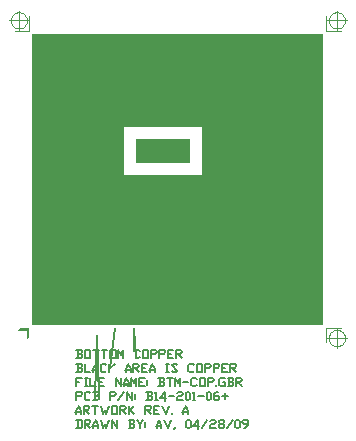
<source format=gbr>
G04 AutoGERB for AutoCAD 14/2000*
G04 RS274-X Output *
%FSLAX34Y34*%
%MOIN*%
%ADD12C,0.005000*%
%ADD13C,0.007000*%
%ADD14C,0.004500*%
%ADD15C,0.098000*%
%ADD16C,0.030000*%
%ADD17C,0.015000*%
%ADD18C,0.040000*%
%ADD19C,0.011904*%
G36*X-312Y0D02*X-396Y-90D01*X-90Y-90*X-90Y-396*X0Y-312*X0Y0*X-312Y0*G37*G54D14*X10248Y-75D02*X10206Y-78D01*X10166Y-87*X10126Y-104*X10090Y-126*X10058Y-153*X10031Y-185*X10008Y-221*X9992Y-260*X9982Y-302*X9978Y-343*G54D14*X9978Y-345D02*X9982Y-387D01*X9992Y-428*X10008Y-467*X10030Y-503*X10057Y-535*X10089Y-563*X10125Y-585*X10164Y-601*X10205Y-611*X10247Y-615*G54D14*X9900Y0D02*X10383Y0D01*G54D14*X10248Y-345D02*X9923Y-345D01*G54D14*X9900Y0D02*X9900Y-483D01*G54D14*X10248Y-615D02*X10291Y-611D01*X10331Y-601*X10371Y-585*X10407Y-563*X10439Y-536*X10466Y-504*X10489Y-468*X10505Y-429*X10515Y-388*X10518Y-346*G54D14*X10248Y-345D02*X10248Y-671D01*G54D14*X10518Y-345D02*X10515Y-302D01*X10505Y-261*X10490Y-222*X10467Y-186*X10440Y-154*X10408Y-127*X10372Y-104*X10333Y-88*X10292Y-78*X10250Y-75*G54D14*X10248Y-345D02*X10574Y-345D01*G54D14*X10248Y-345D02*X10248Y-19D01*G54D14*X-348Y10515D02*X-391Y10511D01*X-431Y10501*X-471Y10485*X-507Y10463*X-539Y10436*X-566Y10404*X-589Y10368*X-605Y10329*X-615Y10288*X-618Y10246*G54D14*X-618Y10245D02*X-615Y10202D01*X-605Y10161*X-590Y10122*X-567Y10086*X-540Y10054*X-508Y10027*X-472Y10004*X-433Y9988*X-392Y9978*X-350Y9975*G54D14*X-348Y10245D02*X-674Y10245D01*G54D14*X-348Y9975D02*X-306Y9978D01*X-266Y9987*X-226Y10004*X-190Y10026*X-158Y10053*X-131Y10085*X-108Y10121*X-92Y10160*X-82Y10202*X-78Y10243*G54D14*X-348Y10245D02*X-348Y9919D01*G54D14*X0Y9900D02*X0Y10383D01*G54D14*X0Y9900D02*X-483Y9900D01*G54D14*X-78Y10245D02*X-82Y10287D01*X-92Y10328*X-108Y10367*X-130Y10403*X-157Y10435*X-189Y10463*X-225Y10485*X-264Y10501*X-305Y10511*X-347Y10515*G54D14*X-348Y10245D02*X-23Y10245D01*G54D14*X-348Y10245D02*X-348Y10571D01*G54D14*X10518Y10245D02*X10515Y10287D01*X10505Y10328*X10490Y10367*X10467Y10403*X10440Y10435*X10408Y10463*X10372Y10485*X10333Y10501*X10292Y10511*X10250Y10515*G54D14*X10248Y9975D02*X10291Y9978D01*X10331Y9987*X10371Y10004*X10407Y10026*X10439Y10053*X10466Y10085*X10489Y10121*X10505Y10160*X10515Y10202*X10518Y10243*G54D14*X10248Y10245D02*X10574Y10245D01*G54D14*X9978Y10245D02*X9982Y
10202D01*X9992Y10161*X10008Y10122*X10030Y10086*X10057Y10054*X10089Y10027*X10125Y10004*X10164Y9988*X10205Y9978*X10247Y9975*G54D14*X10248Y10245D02*X10248Y9919D01*G54D14*X9900Y9900D02*X9900Y10383D01*G54D14*X9900Y9900D02*X10383Y9900D01*G54D14*X10248Y10515D02*X10206Y10511D01*X10166Y10501*X10126Y10485*X10090Y10463*X10058Y10436*X10031Y10404*X10008Y10368*X9992Y10329*X9982Y10288*X9978Y10246*G54D14*X10248Y10245D02*X9923Y10245D01*G54D14*X10248Y10245D02*X10248Y10571D01*G36*X5759Y5100D02*X3159Y5100D01*X3159Y5816*X100Y5816*X100Y100*X9800Y100*X9800Y9800*X100Y9800*X100Y5836*X3159Y5836*X3159Y6700*X5759Y6700*X5759Y5100*G37*G54D13*X1569Y-2874D02*X1569Y-2781D01*X1646Y-2594*X1723Y-2781*X1723Y-2874*G54D13*X1537Y-2797D02*X1723Y-2797D01*G54D13*X1816Y-2874D02*X1816Y-2594D01*X1956Y-2594*X2003Y-2641*X2003Y-2688*X1956Y-2735*X1816Y-2735*G54D13*X1863Y-2735D02*X2003Y-2874D01*G54D13*X2096Y-2594D02*X2283Y-2595D01*G54D13*X2190Y-2594D02*X2190Y-2874D01*G54D13*X2376Y-2594D02*X2470Y-2874D01*X2516Y-2735*X2563Y-2874*X2656Y-2594*G54D13*X2750Y-2874D02*X2750Y-2594D01*X2936Y-2594*X2936Y-2874*X2750Y-2874*G54D13*X3030Y-2874D02*X3030Y-2594D01*X3170Y-2594*X3216Y-2641*X3216Y-2688*X3170Y-2735*X3030Y-2735*G54D13*X3076Y-2735D02*X3216Y-2874D01*G54D13*X3310Y-2874D02*X3310Y-2594D01*G54D13*X3496Y-2594D02*X3356Y-2735D01*X3310Y-2735*G54D13*X3356Y-2735D02*X3496Y-2874D01*G54D13*X3870Y-2874D02*X3870Y-2594D01*X4010Y-2594*X4056Y-2641*X4056Y-2688*X4010Y-2735*X3870Y-2735*G54D13*X3916Y-2735D02*X4056Y-2874D01*G54D13*X4150Y-2874D02*X4150Y-2594D01*X4336Y-2594*G54D13*X4150Y-2734D02*X4243Y-2734D01*G54D13*X4150Y-2874D02*X4336Y-2874D01*G54D13*X4430Y-2594D02*X4546Y-2874D01*X4662Y-2594*G54D13*X4755Y-2874D02*X4755Y-2828D01*G54D13*X5128Y-2874D02*X5128Y-2781D01*X5206Y-2595*X5283Y-2781*X5283Y-2874*G54D13*X5096Y-2797D02*X5283Y-2797D01*G54D13*X1569Y-3341D02*X1709Y-3341D01*X1755Y-3295*X1755Y-3108*X1709Y-3061*X1569Y-3061*G54D13*X1615Y-3061D02*X1615Y-3341D01*G54D13*X1849Y-3341D02*X1849Y-3061D01*X1989Y-3061*X2035Y-3108*X2035Y-3155*X1989Y-3202*X1849Y
-3202*G54D13*X1895Y-3202D02*X2035Y-3341D01*G54D13*X2129Y-3341D02*X2129Y-3248D01*X2206Y-3061*X2283Y-3248*X2283Y-3341*G54D13*X2096Y-3264D02*X2283Y-3264D01*G54D13*X2376Y-3061D02*X2470Y-3341D01*X2516Y-3202*X2563Y-3341*X2656Y-3061*G54D13*X2750Y-3341D02*X2750Y-3061D01*X2936Y-3341*X2936Y-3061*G54D13*X3310Y-3341D02*X3450Y-3341D01*X3496Y-3295*X3496Y-3248*X3450Y-3201*X3356Y-3201*G54D13*X3450Y-3201D02*X3496Y-3155D01*X3496Y-3108*X3450Y-3061*X3310Y-3061*G54D13*X3356Y-3061D02*X3356Y-3341D01*G54D13*X3590Y-3061D02*X3683Y-3201D01*X3683Y-3341*G54D13*X3683Y-3201D02*X3776Y-3061D01*G54D13*X3870Y-3155D02*X3870Y-3202D01*G54D13*X3870Y-3248D02*X3870Y-3295D01*G54D13*X4243Y-3341D02*X4243Y-3248D01*X4320Y-3061*X4398Y-3248*X4398Y-3341*G54D13*X4211Y-3264D02*X4398Y-3264D01*G54D13*X4491Y-3061D02*X4607Y-3341D01*X4723Y-3061*G54D13*X4863Y-3295D02*X4863Y-3341D01*X4816Y-3387*G54D13*X5283Y-3341D02*X5236Y-3295D01*X5236Y-3108*X5283Y-3061*X5330Y-3061*X5376Y-3108*X5376Y-3295*X5330Y-3341*X5283Y-3341*G54D13*X5656Y-3264D02*X5470Y-3264D01*X5610Y-3078*X5610Y-3357*G54D13*X5750Y-3341D02*X5936Y-3061D01*G54D13*X6030Y-3108D02*X6076Y-3061D01*X6170Y-3061*X6216Y-3108*X6216Y-3155*X6170Y-3202*X6076Y-3202*X6030Y-3248*X6030Y-3341*X6216Y-3341*G54D13*X6356Y-3341D02*X6310Y-3295D01*X6310Y-3248*X6356Y-3201*X6450Y-3201*X6496Y-3155*X6496Y-3108*X6450Y-3061*X6356Y-3061*X6310Y-3108*X6310Y-3155*X6356Y-3201*G54D13*X6450Y-3201D02*X6496Y-3248D01*X6496Y-3295*X6450Y-3341*X6356Y-3341*G54D13*X6590Y-3341D02*X6776Y-3061D01*G54D13*X6916Y-3341D02*X6870Y-3295D01*X6870Y-3108*X6916Y-3061*X6963Y-3061*X7010Y-3108*X7010Y-3295*X6963Y-3341*X6916Y-3341*G54D13*X7150Y-3341D02*X7196Y-3341D01*X7290Y-3248*X7290Y-3108*X7243Y-3061*X7150Y-3061*X7103Y-3108*X7103Y-3155*X7150Y-3201*X7290Y-3201*G54D13*X1569Y-2408D02*X1569Y-2128D01*X1709Y-2129*X1755Y-2175*X1755Y-2222*X1709Y-2269*X1569Y-2269*G54D13*X2035Y-2362D02*X1989Y-2408D01*X1895Y-2408*X1849Y-2362*X1849Y-2175*X1895Y-2128*X1989Y-2128*X2035Y-2175*G54D13*X2129Y-2408D02*X2269Y-2408D01*X2315Y-2362*X2315Y-2315*X2269Y-226
8*X2175Y-2268*G54D13*X2269Y-2268D02*X2315Y-2222D01*X2315Y-2175*X2269Y-2128*X2129Y-2128*G54D13*X2175Y-2128D02*X2175Y-2408D01*G54D13*X2689Y-2408D02*X2689Y-2128D01*X2829Y-2128*X2875Y-2175*X2875Y-2222*X2829Y-2269*X2689Y-2269*G54D13*X2969Y-2408D02*X3155Y-2128D01*G54D13*X3249Y-2408D02*X3249Y-2128D01*X3435Y-2408*X3435Y-2128*G54D13*X3529Y-2222D02*X3529Y-2269D01*G54D13*X3529Y-2315D02*X3529Y-2362D01*G54D13*X3902Y-2408D02*X4042Y-2408D01*X4089Y-2362*X4089Y-2315*X4042Y-2268*X3949Y-2268*G54D13*X4042Y-2268D02*X4089Y-2222D01*X4089Y-2175*X4042Y-2128*X3902Y-2128*G54D13*X3948Y-2128D02*X3949Y-2408D01*G54D13*X4182Y-2175D02*X4229Y-2128D01*X4229Y-2408*G54D13*X4182Y-2408D02*X4275Y-2408D01*G54D13*X4555Y-2331D02*X4369Y-2331D01*X4509Y-2145*X4509Y-2424*G54D13*X4649Y-2268D02*X4835Y-2268D01*G54D13*X4929Y-2175D02*X4975Y-2128D01*X5069Y-2128*X5115Y-2175*X5115Y-2222*X5069Y-2269*X4975Y-2269*X4929Y-2315*X4929Y-2408*X5115Y-2408*G54D13*X5255Y-2408D02*X5209Y-2362D01*X5209Y-2175*X5255Y-2128*X5302Y-2128*X5349Y-2175*X5349Y-2362*X5302Y-2408*X5255Y-2408*G54D13*X5442Y-2175D02*X5489Y-2128D01*X5489Y-2408*G54D13*X5442Y-2408D02*X5535Y-2408D01*G54D13*X5629Y-2268D02*X5815Y-2268D01*G54D13*X5955Y-2408D02*X5909Y-2362D01*X5909Y-2175*X5955Y-2128*X6002Y-2128*X6049Y-2175*X6049Y-2362*X6002Y-2408*X5955Y-2408*G54D13*X6142Y-2268D02*X6282Y-2268D01*X6329Y-2315*X6328Y-2362*X6282Y-2408*X6189Y-2408*X6142Y-2362*X6142Y-2222*X6235Y-2128*X6282Y-2128*G54D13*X6515Y-2370D02*X6515Y-2183D01*G54D13*X6609Y-2277D02*X6422Y-2277D01*G54D13*X1569Y-1941D02*X1569Y-1661D01*X1755Y-1661*G54D13*X1569Y-1801D02*X1662Y-1801D01*G54D13*X1849Y-1661D02*X1942Y-1662D01*G54D13*X1895Y-1661D02*X1895Y-1941D01*G54D13*X1849Y-1941D02*X1942Y-1941D01*G54D13*X2035Y-1661D02*X2035Y-1941D01*X2222Y-1941*G54D13*X2315Y-1941D02*X2315Y-1661D01*X2502Y-1661*G54D13*X2315Y-1801D02*X2409Y-1801D01*G54D13*X2315Y-1941D02*X2502Y-1941D01*G54D13*X2875Y-1941D02*X2875Y-1661D01*X3062Y-1941*X3062Y-1661*G54D13*X3155Y-1941D02*X3155Y-1848D01*X3232Y-1661*X3310Y-1848*X3310Y-1941*G54D13*X3123Y-1864D0
2*X3310Y-1864D01*G54D13*X3403Y-1941D02*X3403Y-1661D01*X3480Y-1848*X3558Y-1661*X3558Y-1941*G54D13*X3651Y-1941D02*X3651Y-1661D01*X3838Y-1661*G54D13*X3651Y-1802D02*X3744Y-1801D01*G54D13*X3651Y-1941D02*X3838Y-1941D01*G54D13*X3931Y-1755D02*X3931Y-1801D01*G54D13*X3931Y-1848D02*X3931Y-1895D01*G54D13*X4304Y-1941D02*X4444Y-1941D01*X4491Y-1895*X4491Y-1848*X4444Y-1801*X4351Y-1801*G54D13*X4444Y-1801D02*X4491Y-1755D01*X4491Y-1708*X4444Y-1661*X4304Y-1661*G54D13*X4351Y-1661D02*X4351Y-1941D01*G54D13*X4584Y-1661D02*X4771Y-1661D01*G54D13*X4678Y-1661D02*X4678Y-1941D01*G54D13*X4864Y-1941D02*X4864Y-1661D01*X4942Y-1848*X5019Y-1661*X5019Y-1941*G54D13*X5112Y-1801D02*X5299Y-1801D01*G54D13*X5579Y-1895D02*X5532Y-1941D01*X5439Y-1941*X5392Y-1895*X5392Y-1708*X5439Y-1661*X5532Y-1661*X5579Y-1708*G54D13*X5672Y-1941D02*X5672Y-1661D01*X5859Y-1662*X5859Y-1941*X5672Y-1941*G54D13*X5952Y-1941D02*X5952Y-1661D01*X6092Y-1661*X6139Y-1708*X6139Y-1755*X6092Y-1802*X5952Y-1802*G54D13*X6232Y-1941D02*X6232Y-1895D01*G54D13*X6466Y-1801D02*X6512Y-1801D01*X6512Y-1941*X6372Y-1941*X6326Y-1895*X6326Y-1708*X6372Y-1661*X6512Y-1661*G54D13*X6606Y-1941D02*X6746Y-1941D01*X6792Y-1895*X6792Y-1848*X6746Y-1801*X6652Y-1801*G54D13*X6746Y-1801D02*X6792Y-1755D01*X6792Y-1708*X6746Y-1661*X6606Y-1661*G54D13*X6652Y-1661D02*X6652Y-1941D01*G54D13*X6886Y-1941D02*X6886Y-1661D01*X7026Y-1661*X7072Y-1708*X7072Y-1755*X7026Y-1802*X6886Y-1802*G54D13*X6932Y-1802D02*X7072Y-1941D01*G54D13*X1569Y-1474D02*X1709Y-1474D01*X1755Y-1428*X1755Y-1381*X1709Y-1334*X1615Y-1334*G54D13*X1709Y-1334D02*X1755Y-1288D01*X1755Y-1241*X1709Y-1194*X1569Y-1194*G54D13*X1615Y-1194D02*X1615Y-1474D01*G54D13*X1849Y-1194D02*X1849Y-1474D01*X2035Y-1474*G54D13*X2129Y-1474D02*X2129Y-1381D01*X2206Y-1194*X2283Y-1381*X2283Y-1474*G54D13*X2096Y-1397D02*X2283Y-1397D01*G54D13*X2563Y-1428D02*X2516Y-1474D01*X2423Y-1474*X2376Y-1428*X2376Y-1241*X2423Y-1194*X2516Y-1194*X2563Y-1241*G54D13*X2656Y-1474D02*X2656Y-1194D01*G54D13*X2843Y-1195D02*X2703Y-1335D01*X2656Y-1335*G54D13*X2703Y-1335D02*X2843Y-14
74D01*G54D13*X3216Y-1474D02*X3216Y-1381D01*X3294Y-1194*X3371Y-1381*X3371Y-1474*G54D13*X3184Y-1397D02*X3371Y-1397D01*G54D13*X3464Y-1474D02*X3464Y-1194D01*X3604Y-1194*X3651Y-1241*X3651Y-1288*X3604Y-1335*X3464Y-1335*G54D13*X3511Y-1335D02*X3651Y-1474D01*G54D13*X3744Y-1474D02*X3744Y-1194D01*X3931Y-1194*G54D13*X3744Y-1334D02*X3838Y-1334D01*G54D13*X3744Y-1474D02*X3931Y-1474D01*G54D13*X4024Y-1474D02*X4024Y-1381D01*X4102Y-1194*X4179Y-1381*X4179Y-1474*G54D13*X3992Y-1397D02*X4179Y-1397D01*G54D13*X4552Y-1194D02*X4646Y-1194D01*G54D13*X4599Y-1194D02*X4599Y-1474D01*G54D13*X4552Y-1474D02*X4646Y-1474D01*G54D13*X4739Y-1428D02*X4786Y-1474D01*X4879Y-1474*X4926Y-1428*X4739Y-1241*X4786Y-1194*X4879Y-1194*X4926Y-1241*G54D13*X5486Y-1428D02*X5439Y-1474D01*X5346Y-1474*X5299Y-1428*X5299Y-1241*X5346Y-1194*X5439Y-1194*X5486Y-1241*G54D13*X5579Y-1474D02*X5579Y-1194D01*X5766Y-1194*X5766Y-1474*X5579Y-1474*G54D13*X5859Y-1474D02*X5859Y-1195D01*X5999Y-1194*X6046Y-1241*X6046Y-1288*X5999Y-1335*X5859Y-1335*G54D13*X6139Y-1474D02*X6139Y-1194D01*X6279Y-1194*X6326Y-1241*X6326Y-1288*X6279Y-1335*X6139Y-1335*G54D13*X6419Y-1474D02*X6419Y-1194D01*X6606Y-1195*G54D13*X6419Y-1334D02*X6512Y-1334D01*G54D13*X6419Y-1474D02*X6606Y-1474D01*G54D13*X6699Y-1474D02*X6699Y-1194D01*X6839Y-1194*X6886Y-1241*X6886Y-1288*X6839Y-1335*X6699Y-1335*G54D13*X6746Y-1335D02*X6886Y-1474D01*G36*X5359Y5500D02*X5359Y6300D01*X3559Y6300*X3559Y5500*X5359Y5500*G37*G54D13*X1569Y-1008D02*X1709Y-1008D01*X1755Y-962*X1755Y-915*X1709Y-868*X1615Y-868*G54D13*X1709Y-868D02*X1755Y-822D01*X1755Y-775*X1709Y-728*X1569Y-728*G54D13*X1615Y-728D02*X1615Y-1008D01*G54D13*X1849Y-1008D02*X1849Y-728D01*X2035Y-728*X2035Y-1008*X1849Y-1008*G54D13*X2129Y-729D02*X2315Y-728D01*G54D13*X2222Y-728D02*X2222Y-1008D01*G54D13*X2409Y-728D02*X2595Y-729D01*G54D13*X2502Y-728D02*X2502Y-1008D01*G54D13*X2689Y-1008D02*X2689Y-728D01*X2875Y-728*X2875Y-1008*X2689Y-1008*G54D13*X2969Y-1008D02*X2969Y-728D01*X3046Y-915*X3123Y-729*X3123Y-1008*G54D13*X3683Y-962D02*X3636Y-1008D01*X3543Y-1008*X3496Y-9
62*X3496Y-775*X3543Y-728*X3636Y-728*X3683Y-775*G54D13*X3776Y-1008D02*X3776Y-728D01*X3963Y-728*X3963Y-1008*X3776Y-1008*G54D13*X4056Y-1008D02*X4056Y-728D01*X4196Y-729*X4243Y-775*X4243Y-822*X4196Y-869*X4056Y-869*G54D13*X4336Y-1008D02*X4336Y-728D01*X4476Y-728*X4523Y-775*X4523Y-822*X4476Y-869*X4336Y-869*G54D13*X4616Y-1008D02*X4616Y-728D01*X4803Y-728*G54D13*X4616Y-868D02*X4710Y-869D01*G54D13*X4616Y-1008D02*X4803Y-1008D01*G54D13*X4896Y-1008D02*X4896Y-728D01*X5036Y-728*X5083Y-775*X5083Y-822*X5036Y-869*X4896Y-869*G54D13*X4943Y-869D02*X5083Y-1008D01*G36*X100Y5836D02*X3159Y5836D01*X3159Y5816*X100Y5816*X100Y5836*G37*M02*

	THIS DOCUMENT AND ITS CONTENTS ARE OWNED BY, AND ARE
THE CONFIDENTIAL AND PROPRIETARY INFORMATION OF, MINI-CIRCUITS
("CONFIDENTIAL INFORMATION") AND MINI-CIRCUITS RESERVES ALL
DESIGN, USE, MANUFACTURING AND REPRODUCTION RIGHTS THERETO.
UNLESS OTHERWISE EXPRESSLY AGREED TO IN WRITING BY MINI-
CIRCUITS, THE CONFIDENTIAL INFROMATION WILL: (i) BE USED BY MINI-
CIRCUITS' VENDORS, VENDEES, OR THE UNITED STATES GOVERNMENT
("RECEIVING PARTY") SOLELY TO PROMOTE THE COMMERCIAL
RELATIONSHIP BETWEEN RECEIVING PARTY AND MINI-CIRCUITS
("PURPOSE") AND THEN ONLY TO THE EXTENT SPECIFIED BY MINI-
CIRCUITS; (ii) NOT BE USED FOR ANY OTHER PURPOSE AND NOT BE USED
IN ANY WAY DETRIMENTAL TO MINI-CIRCUITS OR TO COMPETE AGAINST
MINI-CIRCUITS; AND (iii) BE KEPT CONFIDENTIAL BY THE RECEIVING PARTY
AND RECEIVING PARTY AGREES NOT TO DISCLOSE THE CONFIDENTIAL
INFORMATION TO ANY THIRD PARTY.

</source>
